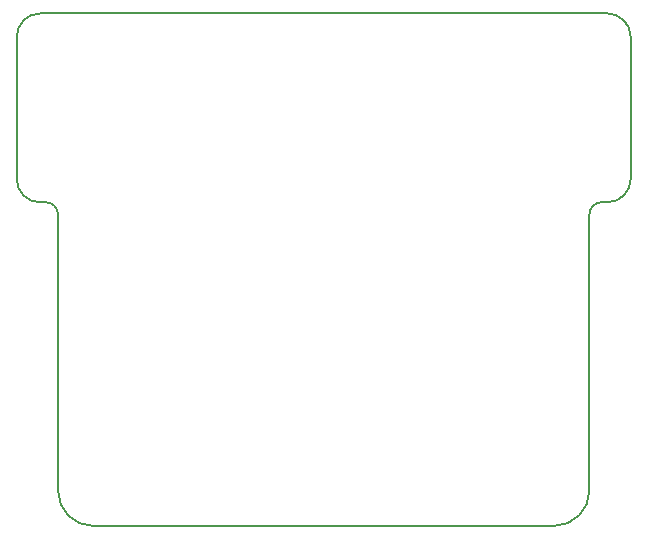
<source format=gbr>
%TF.GenerationSoftware,KiCad,Pcbnew,(7.0.0)*%
%TF.CreationDate,2023-05-15T16:57:03+08:00*%
%TF.ProjectId,Expansion,45787061-6e73-4696-9f6e-2e6b69636164,rev?*%
%TF.SameCoordinates,Original*%
%TF.FileFunction,Profile,NP*%
%FSLAX46Y46*%
G04 Gerber Fmt 4.6, Leading zero omitted, Abs format (unit mm)*
G04 Created by KiCad (PCBNEW (7.0.0)) date 2023-05-15 16:57:03*
%MOMM*%
%LPD*%
G01*
G04 APERTURE LIST*
%TA.AperFunction,Profile*%
%ADD10C,0.200000*%
%TD*%
G04 APERTURE END LIST*
D10*
%TO.C,J4*%
X110976270Y-68011982D02*
X110976270Y-80008750D01*
X112976270Y-66011982D02*
X160976270Y-66011982D01*
X112976270Y-82008750D02*
X113476270Y-82008750D01*
X114476270Y-83249215D02*
X114476270Y-83008750D01*
X114476270Y-106408019D02*
X114476270Y-83249215D01*
X117476270Y-109408019D02*
X156476270Y-109408019D01*
X159476270Y-83008750D02*
X159476270Y-83249215D01*
X159476270Y-83249215D02*
X159476270Y-106408019D01*
X160476270Y-82008750D02*
X160976270Y-82008750D01*
X162976270Y-68011982D02*
X162976270Y-80008750D01*
X112976270Y-66011982D02*
G75*
G03*
X110976270Y-68011982I-1J-1999999D01*
G01*
X110976270Y-80008750D02*
G75*
G03*
X112976270Y-82008750I1999999J-1D01*
G01*
X114476270Y-83008750D02*
G75*
G03*
X113476270Y-82008750I-999999J1D01*
G01*
X114476270Y-106408019D02*
G75*
G03*
X117476270Y-109408019I3000001J1D01*
G01*
X160476270Y-82008770D02*
G75*
G03*
X159476270Y-83008750I-70J-999930D01*
G01*
X156476270Y-109408020D02*
G75*
G03*
X159476270Y-106408019I-10J3000010D01*
G01*
X162976218Y-68011982D02*
G75*
G03*
X160976270Y-66011982I-1999918J82D01*
G01*
X160976270Y-82008770D02*
G75*
G03*
X162976270Y-80008750I-70J2000070D01*
G01*
%TD*%
M02*

</source>
